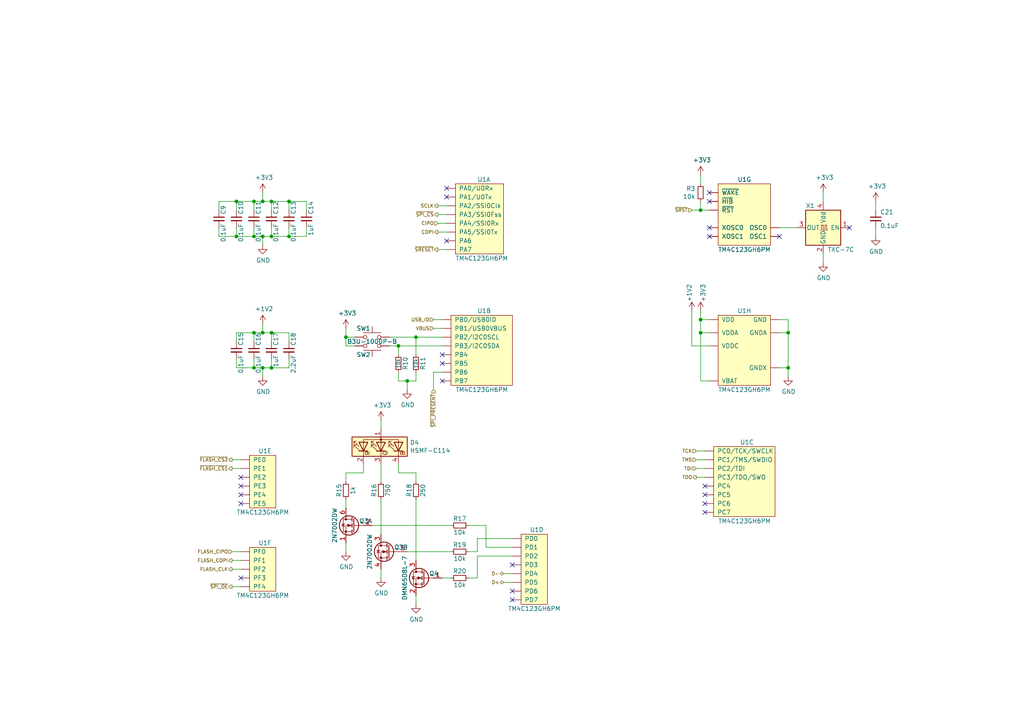
<source format=kicad_sch>
(kicad_sch (version 20211123) (generator eeschema)
  (paper "A4")
  (title_block (title "Processor") (rev "R1") (company "Rachel Mant"))
  (lib_symbols
    (symbol "DX_MON:TM4C123GH6PM" (pin_numbers hide) (pin_names (offset 1.016))
      (property "Reference" "U" (at 0 -11.43 0))
      (property "Value" "TM4C123GH6PM" (at 0 11.43 0))
      (symbol "TM4C123GH6PM_1_1"
        (rectangle (start -7.62 10.16) (end 6.35 -10.16) (fill (type background)))
        (pin bidirectional line (at -10.16 8.89 0) (length 2.54) (name "PA0/U0Rx") (number "17"))
        (pin bidirectional line (at -10.16 6.35 0) (length 2.54) (name "PA1/U0Tx") (number "18"))
        (pin bidirectional line (at -10.16 3.81 0) (length 2.54) (name "PA2/SSI0Clk") (number "19"))
        (pin bidirectional line (at -10.16 1.27 0) (length 2.54) (name "PA3/SSI0Fss") (number "20"))
        (pin bidirectional line (at -10.16 -1.27 0) (length 2.54) (name "PA4/SSI0Rx") (number "21"))
        (pin bidirectional line (at -10.16 -3.81 0) (length 2.54) (name "PA5/SSI0Tx") (number "22"))
        (pin bidirectional line (at -10.16 -6.35 0) (length 2.54) (name "PA6") (number "23"))
        (pin bidirectional line (at -10.16 -8.89 0) (length 2.54) (name "PA7") (number "24"))
      )
      (symbol "TM4C123GH6PM_2_1"
        (rectangle (start -8.89 10.16) (end 8.89 -10.16) (fill (type background)))
        (pin bidirectional line (at -11.43 -6.35 0) (length 2.54) (name "PB6") (number "1"))
        (pin bidirectional line (at -11.43 -8.89 0) (length 2.54) (name "PB7") (number "4"))
        (pin bidirectional line (at -11.43 8.89 0) (length 2.54) (name "PB0/USB0ID") (number "45"))
        (pin input line (at -11.43 6.35 0) (length 2.54) (name "PB1/USB0VBUS") (number "46"))
        (pin bidirectional line (at -11.43 3.81 0) (length 2.54) (name "PB2/I2C0SCL") (number "47"))
        (pin bidirectional line (at -11.43 1.27 0) (length 2.54) (name "PB3/I2C0SDA") (number "48"))
        (pin bidirectional line (at -11.43 -3.81 0) (length 2.54) (name "PB5") (number "57"))
        (pin bidirectional line (at -11.43 -1.27 0) (length 2.54) (name "PB4") (number "58"))
      )
      (symbol "TM4C123GH6PM_3_1"
        (rectangle (start -8.89 10.16) (end 8.89 -10.16) (fill (type background)))
        (pin bidirectional line (at -11.43 -8.89 0) (length 2.54) (name "PC7") (number "13"))
        (pin bidirectional line (at -11.43 -6.35 0) (length 2.54) (name "PC6") (number "14"))
        (pin bidirectional line (at -11.43 -3.81 0) (length 2.54) (name "PC5") (number "15"))
        (pin bidirectional line (at -11.43 -1.27 0) (length 2.54) (name "PC4") (number "16"))
        (pin bidirectional line (at -11.43 1.27 0) (length 2.54) (name "PC3/TDO/SWO") (number "49"))
        (pin bidirectional line (at -11.43 3.81 0) (length 2.54) (name "PC2/TDI") (number "50"))
        (pin bidirectional line (at -11.43 6.35 0) (length 2.54) (name "PC1/TMS/SWDIO") (number "51"))
        (pin bidirectional line (at -11.43 8.89 0) (length 2.54) (name "PC0/TCK/SWCLK") (number "52"))
      )
      (symbol "TM4C123GH6PM_4_1"
        (rectangle (start -3.81 10.16) (end 3.81 -10.16) (fill (type background)))
        (pin bidirectional line (at -6.35 -8.89 0) (length 2.54) (name "PD7") (number "10"))
        (pin bidirectional line (at -6.35 -1.27 0) (length 2.54) (name "PD4") (number "43"))
        (pin bidirectional line (at -6.35 -3.81 0) (length 2.54) (name "PD5") (number "44"))
        (pin bidirectional line (at -6.35 -6.35 0) (length 2.54) (name "PD6") (number "53"))
        (pin bidirectional line (at -6.35 8.89 0) (length 2.54) (name "PD0") (number "61"))
        (pin bidirectional line (at -6.35 6.35 0) (length 2.54) (name "PD1") (number "62"))
        (pin bidirectional line (at -6.35 3.81 0) (length 2.54) (name "PD2") (number "63"))
        (pin bidirectional line (at -6.35 1.27 0) (length 2.54) (name "PD3") (number "64"))
      )
      (symbol "TM4C123GH6PM_5_1"
        (rectangle (start -3.81 7.62) (end 3.81 -7.62) (fill (type background)))
        (pin bidirectional line (at -6.35 -3.81 0) (length 2.54) (name "PE4") (number "59"))
        (pin bidirectional line (at -6.35 -1.27 0) (length 2.54) (name "PE3") (number "6"))
        (pin bidirectional line (at -6.35 -6.35 0) (length 2.54) (name "PE5") (number "60"))
        (pin bidirectional line (at -6.35 1.27 0) (length 2.54) (name "PE2") (number "7"))
        (pin bidirectional line (at -6.35 3.81 0) (length 2.54) (name "PE1") (number "8"))
        (pin bidirectional line (at -6.35 6.35 0) (length 2.54) (name "PE0") (number "9"))
      )
      (symbol "TM4C123GH6PM_6_1"
        (rectangle (start -3.81 6.35) (end 3.81 -6.35) (fill (type background)))
        (pin bidirectional line (at -6.35 5.08 0) (length 2.54) (name "PF0") (number "28"))
        (pin bidirectional line (at -6.35 2.54 0) (length 2.54) (name "PF1") (number "29"))
        (pin bidirectional line (at -6.35 0 0) (length 2.54) (name "PF2") (number "30"))
        (pin bidirectional line (at -6.35 -2.54 0) (length 2.54) (name "PF3") (number "31"))
        (pin bidirectional line (at -6.35 -5.08 0) (length 2.54) (name "PF4") (number "5"))
      )
      (symbol "TM4C123GH6PM_7_1"
        (rectangle (start -7.62 8.89) (end 7.62 -8.89) (fill (type background)))
        (pin input line (at -10.16 6.35 0) (length 2.54) (name "~{WAKE}") (number "32"))
        (pin input line (at -10.16 3.81 0) (length 2.54) (name "~{HIB}") (number "33"))
        (pin passive line (at -10.16 -3.81 0) (length 2.54) (name "XOSC0") (number "34"))
        (pin passive line (at -10.16 -6.35 0) (length 2.54) (name "XOSC1") (number "36"))
        (pin input line (at -10.16 1.27 0) (length 2.54) (name "~{RST}") (number "38"))
        (pin passive line (at 10.16 -3.81 180) (length 2.54) (name "OSC0") (number "40"))
        (pin passive line (at 10.16 -6.35 180) (length 2.54) (name "OSC1") (number "41"))
      )
      (symbol "TM4C123GH6PM_8_1"
        (rectangle (start -7.62 10.16) (end 7.62 -10.16) (fill (type background)))
        (pin power_in line (at -10.16 8.89 0) (length 2.54) (name "VDD") (number "11"))
        (pin passive line (at 10.16 8.89 180) (length 2.54) (name "GND") (number "12"))
        (pin power_in line (at -10.16 5.08 0) (length 2.54) (name "VDDA") (number "2"))
        (pin power_out line (at -10.16 1.27 0) (length 2.54) (name "VDDC") (number "25"))
        (pin passive line (at -10.16 8.89 0) (length 2.54) hide (name "VDD") (number "26"))
        (pin passive line (at 10.16 8.89 180) (length 2.54) hide (name "GND") (number "27"))
        (pin passive line (at 10.16 5.08 180) (length 2.54) (name "GNDA") (number "3"))
        (pin passive line (at 10.16 -5.08 180) (length 2.54) (name "GNDX") (number "35"))
        (pin power_in line (at -10.16 -8.89 0) (length 2.54) (name "VBAT") (number "37"))
        (pin passive line (at 10.16 8.89 180) (length 2.54) hide (name "GND") (number "39"))
        (pin passive line (at -10.16 8.89 0) (length 2.54) hide (name "VDD") (number "42"))
        (pin passive line (at -10.16 8.89 0) (length 2.54) hide (name "VDD") (number "54"))
        (pin passive line (at 10.16 8.89 180) (length 2.54) hide (name "GND") (number "55"))
        (pin power_in line (at -10.16 1.27 0) (length 2.54) hide (name "VDDC") (number "56"))
      )
    )
    (symbol "Device:C_Small" (pin_numbers hide) (pin_names (offset 0.254) hide)
      (property "Reference" "C" (at 0.254 1.778 0))
      (property "Value" "C_Small" (at 0.254 -2.032 0))
      (symbol "C_Small_0_1"
        (polyline (pts (xy -1.524 -0.508) (xy 1.524 -0.508)) (stroke (width 0.3302)))
        (polyline (pts (xy -1.524 0.508) (xy 1.524 0.508)) (stroke (width 0.3048)))
      )
      (symbol "C_Small_1_1"
        (pin passive line (at 0 2.54 270) (length 2.032) (name "~") (number "1"))
        (pin passive line (at 0 -2.54 90) (length 2.032) (name "~") (number "2"))
      )
    )
    (symbol "Device:LED_ARGB" (pin_names (offset 0) hide)
      (property "Reference" "D" (at 0 9.398 0))
      (property "Value" "LED_ARGB" (at 0 -8.89 0))
      (symbol "LED_ARGB_0_0"
        (text "B" (at -1.905 -6.35 0) (effects (font (size 1.27 1.27))))
        (text "G" (at -1.905 -1.27 0) (effects (font (size 1.27 1.27))))
        (text "R" (at -1.905 3.81 0) (effects (font (size 1.27 1.27))))
      )
      (symbol "LED_ARGB_0_1"
        (polyline (pts (xy -1.27 -5.08) (xy -2.54 -5.08)))
        (polyline (pts (xy -1.27 -5.08) (xy 1.27 -5.08)))
        (polyline (pts (xy -1.27 -3.81) (xy -1.27 -6.35)) (stroke (width 0.254)))
        (polyline (pts (xy -1.27 0) (xy -2.54 0)))
        (polyline (pts (xy -1.27 1.27) (xy -1.27 -1.27)) (stroke (width 0.254)))
        (polyline (pts (xy -1.27 5.08) (xy -2.54 5.08)))
        (polyline (pts (xy -1.27 5.08) (xy 1.27 5.08)))
        (polyline (pts (xy -1.27 6.35) (xy -1.27 3.81)) (stroke (width 0.254)))
        (polyline (pts (xy 1.27 0) (xy -1.27 0)))
        (polyline (pts (xy 1.27 0) (xy 2.54 0)))
        (polyline (pts (xy -1.27 1.27) (xy -1.27 -1.27) (xy -1.27 -1.27)))
        (polyline (pts (xy -1.27 6.35) (xy -1.27 3.81) (xy -1.27 3.81)))
        (polyline (pts (xy 1.27 -5.08) (xy 2.032 -5.08) (xy 2.032 5.08) (xy 1.27 5.08)))
        (polyline (pts (xy 1.27 -3.81) (xy 1.27 -6.35) (xy -1.27 -5.08) (xy 1.27 -3.81)) (stroke (width 0.254)))
        (polyline (pts (xy 1.27 1.27) (xy 1.27 -1.27) (xy -1.27 0) (xy 1.27 1.27)) (stroke (width 0.254)))
        (polyline (pts (xy 1.27 6.35) (xy 1.27 3.81) (xy -1.27 5.08) (xy 1.27 6.35)) (stroke (width 0.254)))
        (polyline (pts (xy -1.016 -3.81) (xy 0.508 -2.286) (xy -0.254 -2.286) (xy 0.508 -2.286) (xy 0.508 -3.048)))
        (polyline (pts (xy -1.016 1.27) (xy 0.508 2.794) (xy -0.254 2.794) (xy 0.508 2.794) (xy 0.508 2.032)))
        (polyline (pts (xy -1.016 6.35) (xy 0.508 7.874) (xy -0.254 7.874) (xy 0.508 7.874) (xy 0.508 7.112)))
        (polyline (pts (xy 0 -3.81) (xy 1.524 -2.286) (xy 0.762 -2.286) (xy 1.524 -2.286) (xy 1.524 -3.048)))
        (polyline (pts (xy 0 1.27) (xy 1.524 2.794) (xy 0.762 2.794) (xy 1.524 2.794) (xy 1.524 2.032)))
        (polyline (pts (xy 0 6.35) (xy 1.524 7.874) (xy 0.762 7.874) (xy 1.524 7.874) (xy 1.524 7.112)))
        (rectangle (start 1.27 -1.27) (end 1.27 1.27))
        (rectangle (start 1.27 1.27) (end 1.27 1.27))
        (rectangle (start 1.27 3.81) (end 1.27 6.35))
        (rectangle (start 1.27 6.35) (end 1.27 6.35))
        (circle (center 2.032 0) (radius 0.254) (fill (type outline)))
        (rectangle (start 2.794 8.382) (end -2.794 -7.62) (stroke (width 0.254)) (fill (type background)))
      )
      (symbol "LED_ARGB_1_1"
        (pin passive line (at 5.08 0 180) (length 2.54) (name "A") (number "1"))
        (pin passive line (at -5.08 5.08 0) (length 2.54) (name "RK") (number "2"))
        (pin passive line (at -5.08 0 0) (length 2.54) (name "GK") (number "3"))
        (pin passive line (at -5.08 -5.08 0) (length 2.54) (name "BK") (number "4"))
      )
    )
    (symbol "Device:Q_DUAL_NMOS_S1G1D2S2G2D1" (pin_names (offset 0) hide)
      (property "Reference" "Q" (at 6.35 1.27 0))
      (property "Value" "Device_Q_DUAL_NMOS_S1G1D2S2G2D1" (at 19.05 -1.27 0))
      (symbol "Q_DUAL_NMOS_S1G1D2S2G2D1_0_1"
        (polyline (pts (xy 0.254 0) (xy -2.54 0)))
        (polyline (pts (xy 0.254 1.905) (xy 0.254 -1.905)) (stroke (width 0.254)))
        (polyline (pts (xy 0.762 -1.27) (xy 0.762 -2.286)) (stroke (width 0.254)))
        (polyline (pts (xy 0.762 0.508) (xy 0.762 -0.508)) (stroke (width 0.254)))
        (polyline (pts (xy 0.762 2.286) (xy 0.762 1.27)) (stroke (width 0.254)))
        (polyline (pts (xy 2.54 2.54) (xy 2.54 1.778)))
        (polyline (pts (xy 2.54 -2.54) (xy 2.54 0) (xy 0.762 0)))
        (polyline (pts (xy 0.762 -1.778) (xy 3.302 -1.778) (xy 3.302 1.778) (xy 0.762 1.778)))
        (polyline (pts (xy 1.016 0) (xy 2.032 0.381) (xy 2.032 -0.381) (xy 1.016 0)) (fill (type outline)))
        (polyline (pts (xy 2.794 0.508) (xy 2.921 0.381) (xy 3.683 0.381) (xy 3.81 0.254)))
        (polyline (pts (xy 3.302 0.381) (xy 2.921 -0.254) (xy 3.683 -0.254) (xy 3.302 0.381)))
        (circle (center 1.651 0) (radius 2.794) (stroke (width 0.254)))
        (circle (center 2.54 -1.778) (radius 0.254) (fill (type outline)))
        (circle (center 2.54 1.778) (radius 0.254) (fill (type outline)))
      )
      (symbol "Q_DUAL_NMOS_S1G1D2S2G2D1_1_1"
        (pin passive line (at 2.54 -5.08 90) (length 2.54) (name "S") (number "1"))
        (pin input line (at -5.08 0 0) (length 2.54) (name "G") (number "2"))
        (pin passive line (at 2.54 5.08 270) (length 2.54) (name "D") (number "6"))
      )
      (symbol "Q_DUAL_NMOS_S1G1D2S2G2D1_2_1"
        (pin passive line (at 2.54 5.08 270) (length 2.54) (name "D") (number "3"))
        (pin passive line (at 2.54 -5.08 90) (length 2.54) (name "S") (number "4"))
        (pin input line (at -5.08 0 0) (length 2.54) (name "G") (number "5"))
      )
    )
    (symbol "Device:Q_NMOS_GSD" (pin_names (offset 0) hide)
      (property "Reference" "Q" (at 5.08 1.27 0))
      (property "Value" "Q_NMOS_GSD" (at 5.08 -1.27 0))
      (symbol "Q_NMOS_GSD_0_1"
        (polyline (pts (xy 0.254 0) (xy -2.54 0)))
        (polyline (pts (xy 0.254 1.905) (xy 0.254 -1.905)) (stroke (width 0.254)))
        (polyline (pts (xy 0.762 -1.27) (xy 0.762 -2.286)) (stroke (width 0.254)))
        (polyline (pts (xy 0.762 0.508) (xy 0.762 -0.508)) (stroke (width 0.254)))
        (polyline (pts (xy 0.762 2.286) (xy 0.762 1.27)) (stroke (width 0.254)))
        (polyline (pts (xy 2.54 2.54) (xy 2.54 1.778)))
        (polyline (pts (xy 2.54 -2.54) (xy 2.54 0) (xy 0.762 0)))
        (polyline (pts (xy 0.762 -1.778) (xy 3.302 -1.778) (xy 3.302 1.778) (xy 0.762 1.778)))
        (polyline (pts (xy 1.016 0) (xy 2.032 0.381) (xy 2.032 -0.381) (xy 1.016 0)) (fill (type outline)))
        (polyline (pts (xy 2.794 0.508) (xy 2.921 0.381) (xy 3.683 0.381) (xy 3.81 0.254)))
        (polyline (pts (xy 3.302 0.381) (xy 2.921 -0.254) (xy 3.683 -0.254) (xy 3.302 0.381)))
        (circle (center 1.651 0) (radius 2.794) (stroke (width 0.254)))
        (circle (center 2.54 -1.778) (radius 0.254) (fill (type outline)))
        (circle (center 2.54 1.778) (radius 0.254) (fill (type outline)))
      )
      (symbol "Q_NMOS_GSD_1_1"
        (pin input line (at -5.08 0 0) (length 2.54) (name "G") (number "1"))
        (pin passive line (at 2.54 -5.08 90) (length 2.54) (name "S") (number "2"))
        (pin passive line (at 2.54 5.08 270) (length 2.54) (name "D") (number "3"))
      )
    )
    (symbol "Device:R_Small" (pin_numbers hide) (pin_names (offset 0.254) hide)
      (property "Reference" "R" (at 0.762 0.508 0))
      (property "Value" "R_Small" (at 0.762 -1.016 0))
      (symbol "R_Small_0_1"
        (rectangle (start -0.762 1.778) (end 0.762 -1.778) (stroke (width 0.2032)))
      )
      (symbol "R_Small_1_1"
        (pin passive line (at 0 2.54 270) (length 0.762) (name "~") (number "1"))
        (pin passive line (at 0 -2.54 90) (length 0.762) (name "~") (number "2"))
      )
    )
    (symbol "Oscillator:TXC-7C" (pin_names (offset 0.254))
      (property "Reference" "X" (at -5.08 6.35 0))
      (property "Value" "TXC-7C" (at 1.27 -6.35 0))
      (symbol "TXC-7C_0_1"
        (rectangle (start -5.08 5.08) (end 5.08 -5.08) (stroke (width 0.254)) (fill (type background)))
        (polyline (pts (xy -1.27 -0.762) (xy -1.016 -0.762) (xy -1.016 0.762) (xy -0.508 0.762) (xy -0.508 -0.762) (xy 0 -0.762) (xy 0 0.762) (xy 0.508 0.762) (xy 0.508 -0.762) (xy 0.762 -0.762)))
      )
      (symbol "TXC-7C_1_1"
        (pin input line (at -7.62 0 0) (length 2.54) (name "EN") (number "1"))
        (pin power_in line (at 0 -7.62 90) (length 2.54) (name "GND") (number "2"))
        (pin output line (at 7.62 0 180) (length 2.54) (name "OUT") (number "3"))
        (pin power_in line (at 0 7.62 270) (length 2.54) (name "Vdd") (number "4"))
      )
    )
    (symbol "Switch:SW_Push" (pin_numbers hide) (pin_names (offset 1.016) hide)
      (property "Reference" "SW" (at 1.27 2.54 0))
      (property "Value" "SW_Push" (at 0 -1.524 0))
      (symbol "SW_Push_0_1"
        (circle (center -2.032 0) (radius 0.508))
        (polyline (pts (xy 0 1.27) (xy 0 3.048)))
        (polyline (pts (xy 2.54 1.27) (xy -2.54 1.27)))
        (circle (center 2.032 0) (radius 0.508))
        (pin passive line (at -5.08 0 0) (length 2.54) (name "1") (number "1"))
        (pin passive line (at 5.08 0 180) (length 2.54) (name "2") (number "2"))
      )
    )
    (symbol "power:+1V2" (power) (pin_names (offset 0))
      (property "Value" "+1V2" (at 0 3.556 0))
      (symbol "+1V2_0_1"
        (polyline (pts (xy -0.762 1.27) (xy 0 2.54)))
        (polyline (pts (xy 0 0) (xy 0 2.54)))
        (polyline (pts (xy 0 2.54) (xy 0.762 1.27)))
      )
      (symbol "+1V2_1_1"
        (pin power_in line (at 0 0 90) (length 0) hide (name "+1V2") (number "1"))
      )
    )
    (symbol "power:+3.3V" (power) (pin_names (offset 0))
      (property "Value" "+3.3V" (at 0 3.556 0))
      (symbol "+3.3V_0_1"
        (polyline (pts (xy -0.762 1.27) (xy 0 2.54)))
        (polyline (pts (xy 0 0) (xy 0 2.54)))
        (polyline (pts (xy 0 2.54) (xy 0.762 1.27)))
      )
      (symbol "+3.3V_1_1"
        (pin power_in line (at 0 0 90) (length 0) hide (name "+3V3") (number "1"))
      )
    )
    (symbol "power:GND" (power) (pin_names (offset 0))
      (property "Value" "GND" (at 0 -3.81 0))
      (symbol "GND_0_1"
        (polyline (pts (xy 0 0) (xy 0 -1.27) (xy 1.27 -1.27) (xy 0 -2.54) (xy -1.27 -1.27) (xy 0 -1.27)))
      )
      (symbol "GND_1_1"
        (pin power_in line (at 0 0 270) (length 0) hide (name "GND") (number "1"))
      )
    )
  )
  (junction (at 203.2 60.96))
  (junction (at 78.74 58.42))
  (junction (at 78.74 106.68))
  (junction (at 73.66 68.58))
  (junction (at 203.2 96.52))
  (junction (at 76.2 68.58))
  (junction (at 228.6 106.68))
  (junction (at 78.74 68.58))
  (junction (at 228.6 96.52))
  (junction (at 115.57 100.33))
  (junction (at 73.66 58.42))
  (junction (at 76.2 96.52))
  (junction (at 68.58 58.42))
  (junction (at 76.2 58.42))
  (junction (at 120.65 97.79))
  (junction (at 100.33 97.79))
  (junction (at 83.82 68.58))
  (junction (at 73.66 106.68))
  (junction (at 203.2 92.71))
  (junction (at 76.2 106.68))
  (junction (at 73.66 96.52))
  (junction (at 78.74 96.52))
  (junction (at 118.11 110.49))
  (junction (at 83.82 58.42))
  (junction (at 68.58 68.58))
  (no_connect (at 129.54 69.85))
  (no_connect (at 129.54 54.61))
  (no_connect (at 246.38 66.04))
  (no_connect (at 226.06 68.58))
  (no_connect (at 148.59 163.83))
  (no_connect (at 205.74 66.04))
  (no_connect (at 205.74 68.58))
  (no_connect (at 205.74 58.42))
  (no_connect (at 205.74 55.88))
  (no_connect (at 128.27 110.49))
  (no_connect (at 69.85 146.05))
  (no_connect (at 204.47 146.05))
  (no_connect (at 69.85 138.43))
  (no_connect (at 128.27 105.41))
  (no_connect (at 204.47 143.51))
  (no_connect (at 148.59 173.99))
  (no_connect (at 128.27 102.87))
  (no_connect (at 69.85 143.51))
  (no_connect (at 69.85 167.64))
  (no_connect (at 129.54 57.15))
  (no_connect (at 69.85 140.97))
  (no_connect (at 204.47 140.97))
  (no_connect (at 148.59 171.45))
  (no_connect (at 204.47 148.59))
  (wire (pts (xy 115.57 100.33) (xy 128.27 100.33)))
  (wire (pts (xy 73.66 106.68) (xy 73.66 104.14)))
  (wire (pts (xy 238.76 73.66) (xy 238.76 76.2)))
  (wire (pts (xy 128.27 167.64) (xy 130.81 167.64)))
  (wire (pts (xy 68.58 106.68) (xy 73.66 106.68)))
  (wire (pts (xy 68.58 104.14) (xy 68.58 106.68)))
  (wire (pts (xy 78.74 96.52) (xy 78.74 99.06)))
  (wire (pts (xy 148.59 166.37) (xy 146.05 166.37)))
  (wire (pts (xy 88.9 68.58) (xy 83.82 68.58)))
  (wire (pts (xy 63.5 66.04) (xy 63.5 68.58)))
  (wire (pts (xy 200.66 100.33) (xy 205.74 100.33)))
  (wire (pts (xy 127 72.39) (xy 129.54 72.39)))
  (wire (pts (xy 73.66 68.58) (xy 73.66 66.04)))
  (wire (pts (xy 135.89 167.64) (xy 138.43 167.64)))
  (wire (pts (xy 128.27 95.25) (xy 125.73 95.25)))
  (wire (pts (xy 205.74 96.52) (xy 203.2 96.52)))
  (wire (pts (xy 88.9 58.42) (xy 88.9 60.96)))
  (wire (pts (xy 203.2 53.34) (xy 203.2 50.8)))
  (wire (pts (xy 83.82 104.14) (xy 83.82 106.68)))
  (wire (pts (xy 69.85 160.02) (xy 67.31 160.02)))
  (wire (pts (xy 203.2 90.17) (xy 203.2 92.71)))
  (wire (pts (xy 68.58 58.42) (xy 68.58 60.96)))
  (wire (pts (xy 125.73 107.95) (xy 125.73 113.03)))
  (wire (pts (xy 67.31 135.89) (xy 69.85 135.89)))
  (wire (pts (xy 140.97 152.4) (xy 140.97 158.75)))
  (wire (pts (xy 88.9 66.04) (xy 88.9 68.58)))
  (wire (pts (xy 100.33 95.25) (xy 100.33 97.79)))
  (wire (pts (xy 78.74 68.58) (xy 78.74 66.04)))
  (wire (pts (xy 63.5 60.96) (xy 63.5 58.42)))
  (wire (pts (xy 120.65 110.49) (xy 120.65 107.95)))
  (wire (pts (xy 76.2 58.42) (xy 78.74 58.42)))
  (wire (pts (xy 100.33 144.78) (xy 100.33 147.32)))
  (wire (pts (xy 205.74 60.96) (xy 203.2 60.96)))
  (wire (pts (xy 100.33 97.79) (xy 102.87 97.79)))
  (wire (pts (xy 203.2 96.52) (xy 203.2 110.49)))
  (wire (pts (xy 113.03 97.79) (xy 120.65 97.79)))
  (wire (pts (xy 120.65 137.16) (xy 115.57 137.16)))
  (wire (pts (xy 110.49 144.78) (xy 110.49 154.94)))
  (wire (pts (xy 68.58 58.42) (xy 73.66 58.42)))
  (wire (pts (xy 118.11 110.49) (xy 118.11 113.03)))
  (wire (pts (xy 129.54 64.77) (xy 127 64.77)))
  (wire (pts (xy 203.2 96.52) (xy 203.2 92.71)))
  (wire (pts (xy 78.74 104.14) (xy 78.74 106.68)))
  (wire (pts (xy 107.95 152.4) (xy 130.81 152.4)))
  (wire (pts (xy 100.33 157.48) (xy 100.33 160.02)))
  (wire (pts (xy 228.6 96.52) (xy 228.6 106.68)))
  (wire (pts (xy 115.57 137.16) (xy 115.57 134.62)))
  (wire (pts (xy 125.73 92.71) (xy 128.27 92.71)))
  (wire (pts (xy 201.93 130.81) (xy 204.47 130.81)))
  (wire (pts (xy 102.87 100.33) (xy 100.33 100.33)))
  (wire (pts (xy 138.43 161.29) (xy 148.59 161.29)))
  (wire (pts (xy 78.74 106.68) (xy 83.82 106.68)))
  (wire (pts (xy 140.97 152.4) (xy 135.89 152.4)))
  (wire (pts (xy 231.14 66.04) (xy 226.06 66.04)))
  (wire (pts (xy 78.74 68.58) (xy 83.82 68.58)))
  (wire (pts (xy 76.2 58.42) (xy 76.2 55.88)))
  (wire (pts (xy 228.6 106.68) (xy 228.6 109.22)))
  (wire (pts (xy 67.31 133.35) (xy 69.85 133.35)))
  (wire (pts (xy 254 66.04) (xy 254 68.58)))
  (wire (pts (xy 83.82 58.42) (xy 88.9 58.42)))
  (wire (pts (xy 68.58 68.58) (xy 73.66 68.58)))
  (wire (pts (xy 204.47 133.35) (xy 201.93 133.35)))
  (wire (pts (xy 113.03 100.33) (xy 115.57 100.33)))
  (wire (pts (xy 63.5 58.42) (xy 68.58 58.42)))
  (wire (pts (xy 68.58 96.52) (xy 73.66 96.52)))
  (wire (pts (xy 76.2 96.52) (xy 76.2 93.98)))
  (wire (pts (xy 120.65 97.79) (xy 128.27 97.79)))
  (wire (pts (xy 226.06 106.68) (xy 228.6 106.68)))
  (wire (pts (xy 226.06 92.71) (xy 228.6 92.71)))
  (wire (pts (xy 110.49 134.62) (xy 110.49 139.7)))
  (wire (pts (xy 73.66 58.42) (xy 73.66 60.96)))
  (wire (pts (xy 120.65 172.72) (xy 120.65 175.26)))
  (wire (pts (xy 83.82 58.42) (xy 83.82 60.96)))
  (wire (pts (xy 115.57 110.49) (xy 118.11 110.49)))
  (wire (pts (xy 67.31 170.18) (xy 69.85 170.18)))
  (wire (pts (xy 118.11 110.49) (xy 120.65 110.49)))
  (wire (pts (xy 203.2 92.71) (xy 205.74 92.71)))
  (wire (pts (xy 148.59 168.91) (xy 146.05 168.91)))
  (wire (pts (xy 226.06 96.52) (xy 228.6 96.52)))
  (wire (pts (xy 120.65 139.7) (xy 120.65 137.16)))
  (wire (pts (xy 120.65 144.78) (xy 120.65 162.56)))
  (wire (pts (xy 78.74 58.42) (xy 83.82 58.42)))
  (wire (pts (xy 204.47 138.43) (xy 201.93 138.43)))
  (wire (pts (xy 105.41 134.62) (xy 105.41 137.16)))
  (wire (pts (xy 138.43 167.64) (xy 138.43 161.29)))
  (wire (pts (xy 63.5 68.58) (xy 68.58 68.58)))
  (wire (pts (xy 254 58.42) (xy 254 60.96)))
  (wire (pts (xy 120.65 97.79) (xy 120.65 102.87)))
  (wire (pts (xy 78.74 106.68) (xy 76.2 106.68)))
  (wire (pts (xy 83.82 68.58) (xy 83.82 66.04)))
  (wire (pts (xy 110.49 121.92) (xy 110.49 124.46)))
  (wire (pts (xy 69.85 165.1) (xy 67.31 165.1)))
  (wire (pts (xy 238.76 55.88) (xy 238.76 58.42)))
  (wire (pts (xy 203.2 110.49) (xy 205.74 110.49)))
  (wire (pts (xy 76.2 106.68) (xy 76.2 109.22)))
  (wire (pts (xy 67.31 162.56) (xy 69.85 162.56)))
  (wire (pts (xy 110.49 165.1) (xy 110.49 167.64)))
  (wire (pts (xy 83.82 96.52) (xy 83.82 99.06)))
  (wire (pts (xy 129.54 59.69) (xy 127 59.69)))
  (wire (pts (xy 203.2 60.96) (xy 200.66 60.96)))
  (wire (pts (xy 138.43 156.21) (xy 138.43 160.02)))
  (wire (pts (xy 76.2 96.52) (xy 78.74 96.52)))
  (wire (pts (xy 73.66 96.52) (xy 76.2 96.52)))
  (wire (pts (xy 203.2 58.42) (xy 203.2 60.96)))
  (wire (pts (xy 68.58 99.06) (xy 68.58 96.52)))
  (wire (pts (xy 73.66 96.52) (xy 73.66 99.06)))
  (wire (pts (xy 127 62.23) (xy 129.54 62.23)))
  (wire (pts (xy 73.66 58.42) (xy 76.2 58.42)))
  (wire (pts (xy 73.66 68.58) (xy 76.2 68.58)))
  (wire (pts (xy 228.6 92.71) (xy 228.6 96.52)))
  (wire (pts (xy 76.2 106.68) (xy 73.66 106.68)))
  (wire (pts (xy 138.43 160.02) (xy 135.89 160.02)))
  (wire (pts (xy 68.58 68.58) (xy 68.58 66.04)))
  (wire (pts (xy 100.33 137.16) (xy 100.33 139.7)))
  (wire (pts (xy 115.57 107.95) (xy 115.57 110.49)))
  (wire (pts (xy 201.93 135.89) (xy 204.47 135.89)))
  (wire (pts (xy 118.11 160.02) (xy 130.81 160.02)))
  (wire (pts (xy 78.74 58.42) (xy 78.74 60.96)))
  (wire (pts (xy 128.27 107.95) (xy 125.73 107.95)))
  (wire (pts (xy 127 67.31) (xy 129.54 67.31)))
  (wire (pts (xy 76.2 68.58) (xy 76.2 71.12)))
  (wire (pts (xy 200.66 90.17) (xy 200.66 100.33)))
  (wire (pts (xy 76.2 68.58) (xy 78.74 68.58)))
  (wire (pts (xy 78.74 96.52) (xy 83.82 96.52)))
  (wire (pts (xy 115.57 100.33) (xy 115.57 102.87)))
  (wire (pts (xy 100.33 100.33) (xy 100.33 97.79)))
  (wire (pts (xy 105.41 137.16) (xy 100.33 137.16)))
  (wire (pts (xy 140.97 158.75) (xy 148.59 158.75)))
  (wire (pts (xy 148.59 156.21) (xy 138.43 156.21)))
  (hierarchical_label "FLASH_CIPO" (shape input) (at 67.31 160.02 180) (effects (font (size 0.9906 0.9906))))
  (hierarchical_label "~{FLASH_CS2}" (shape output) (at 67.31 133.35 180) (effects (font (size 0.9906 0.9906))))
  (hierarchical_label "D-" (shape bidirectional) (at 146.05 166.37 180) (effects (font (size 0.9906 0.9906))))
  (hierarchical_label "~{SRST}" (shape input) (at 200.66 60.96 180) (effects (font (size 0.9906 0.9906))))
  (hierarchical_label "SCLK" (shape output) (at 127 59.69 180) (effects (font (size 0.9906 0.9906))))
  (hierarchical_label "~{SPI_PRESENT}" (shape input) (at 125.73 113.03 270) (effects (font (size 0.9906 0.9906))))
  (hierarchical_label "~{SPI_OE}" (shape output) (at 67.31 170.18 180) (effects (font (size 0.9906 0.9906))))
  (hierarchical_label "FLASH_CLK" (shape output) (at 67.31 165.1 180) (effects (font (size 0.9906 0.9906))))
  (hierarchical_label "VBUS" (shape input) (at 125.73 95.25 180) (effects (font (size 0.9906 0.9906))))
  (hierarchical_label "TMS" (shape input) (at 201.93 133.35 180) (effects (font (size 0.9906 0.9906))))
  (hierarchical_label "FLASH_COPI" (shape output) (at 67.31 162.56 180) (effects (font (size 0.9906 0.9906))))
  (hierarchical_label "~{SRESET}" (shape output) (at 127 72.39 180) (effects (font (size 0.9906 0.9906))))
  (hierarchical_label "TDO" (shape output) (at 201.93 138.43 180) (effects (font (size 0.9906 0.9906))))
  (hierarchical_label "TCK" (shape input) (at 201.93 130.81 180) (effects (font (size 0.9906 0.9906))))
  (hierarchical_label "~{FLASH_CS1}" (shape output) (at 67.31 135.89 180) (effects (font (size 0.9906 0.9906))))
  (hierarchical_label "TDI" (shape input) (at 201.93 135.89 180) (effects (font (size 0.9906 0.9906))))
  (hierarchical_label "COPI" (shape output) (at 127 67.31 180) (effects (font (size 0.9906 0.9906))))
  (hierarchical_label "D+" (shape bidirectional) (at 146.05 168.91 180) (effects (font (size 0.9906 0.9906))))
  (hierarchical_label "USB_ID" (shape input) (at 125.73 92.71 180) (effects (font (size 0.9906 0.9906))))
  (hierarchical_label "CIPO" (shape input) (at 127 64.77 180) (effects (font (size 0.9906 0.9906))))
  (hierarchical_label "~{SPI_CS}" (shape output) (at 127 62.23 180) (effects (font (size 0.9906 0.9906))))
  (symbol (lib_id "DX_MON:TM4C123GH6PM") (at 139.7 63.5 0) (unit 1)
    (property "Reference" "U1" (at 138.43 52.07 0) (effects (justify left)))
    (property "Value" "TM4C123GH6PM" (at 132.08 74.93 0) (effects (justify left)))
    (property "Footprint" "DX-MON:QFP-64_10.2x10.2_Pitch0.5mm" (effects hide))
    (property "Datasheet" "https://www.ti.com/lit/ds/symlink/tm4c123gh6pm.pdf" (effects hide))
    (property "OC_FARNELL" "3008366" (effects hide))
    (property "URL_FARNELL" "https://uk.farnell.com/texas-instruments/tm4c123gh6pmi/mcu-32bit-cortex-m4f-80mhz-lqfp/dp/3008366" (effects hide))
    (property "MFR" "Texas Instruments" (effects hide))
    (property "MPN" "TM4C123GH6PM" (effects hide))
  )
  (symbol (lib_id "DX_MON:TM4C123GH6PM") (at 139.7 101.6 0) (unit 2)
    (property "Reference" "U1" (at 138.43 90.17 0) (effects (justify left)))
    (property "Value" "TM4C123GH6PM" (at 132.08 113.03 0) (effects (justify left)))
    (property "Footprint" "DX-MON:QFP-64_10.2x10.2_Pitch0.5mm" (effects hide))
    (property "Datasheet" "https://www.ti.com/lit/ds/symlink/tm4c123gh6pm.pdf" (effects hide))
    (property "OC_FARNELL" "3008366" (effects hide))
    (property "URL_FARNELL" "https://uk.farnell.com/texas-instruments/tm4c123gh6pmi/mcu-32bit-cortex-m4f-80mhz-lqfp/dp/3008366" (effects hide))
    (property "MFR" "Texas Instruments" (effects hide))
    (property "MPN" "TM4C123GH6PM" (effects hide))
  )
  (symbol (lib_id "DX_MON:TM4C123GH6PM") (at 215.9 139.7 0) (unit 3)
    (property "Reference" "U1" (at 214.63 128.27 0) (effects (justify left)))
    (property "Value" "TM4C123GH6PM" (at 208.28 151.13 0) (effects (justify left)))
    (property "Footprint" "DX-MON:QFP-64_10.2x10.2_Pitch0.5mm" (effects hide))
    (property "Datasheet" "https://www.ti.com/lit/ds/symlink/tm4c123gh6pm.pdf" (effects hide))
    (property "OC_FARNELL" "3008366" (effects hide))
    (property "URL_FARNELL" "https://uk.farnell.com/texas-instruments/tm4c123gh6pmi/mcu-32bit-cortex-m4f-80mhz-lqfp/dp/3008366" (effects hide))
    (property "MFR" "Texas Instruments" (effects hide))
    (property "MPN" "TM4C123GH6PM" (effects hide))
  )
  (symbol (lib_id "DX_MON:TM4C123GH6PM") (at 154.94 165.1 0) (unit 4)
    (property "Reference" "U1" (at 153.67 153.67 0) (effects (justify left)))
    (property "Value" "TM4C123GH6PM" (at 147.32 176.53 0) (effects (justify left)))
    (property "Footprint" "DX-MON:QFP-64_10.2x10.2_Pitch0.5mm" (effects hide))
    (property "Datasheet" "https://www.ti.com/lit/ds/symlink/tm4c123gh6pm.pdf" (effects hide))
    (property "OC_FARNELL" "3008366" (effects hide))
    (property "URL_FARNELL" "https://uk.farnell.com/texas-instruments/tm4c123gh6pmi/mcu-32bit-cortex-m4f-80mhz-lqfp/dp/3008366" (effects hide))
    (property "MFR" "Texas Instruments" (effects hide))
    (property "MPN" "TM4C123GH6PM" (effects hide))
  )
  (symbol (lib_id "DX_MON:TM4C123GH6PM") (at 76.2 139.7 0) (unit 5)
    (property "Reference" "U1" (at 74.93 130.81 0) (effects (justify left)))
    (property "Value" "TM4C123GH6PM" (at 68.58 148.59 0) (effects (justify left)))
    (property "Footprint" "DX-MON:QFP-64_10.2x10.2_Pitch0.5mm" (effects hide))
    (property "Datasheet" "https://www.ti.com/lit/ds/symlink/tm4c123gh6pm.pdf" (effects hide))
    (property "OC_FARNELL" "3008366" (effects hide))
    (property "URL_FARNELL" "https://uk.farnell.com/texas-instruments/tm4c123gh6pmi/mcu-32bit-cortex-m4f-80mhz-lqfp/dp/3008366" (effects hide))
    (property "MFR" "Texas Instruments" (effects hide))
    (property "MPN" "TM4C123GH6PM" (effects hide))
  )
  (symbol (lib_id "DX_MON:TM4C123GH6PM") (at 76.2 165.1 0) (unit 6)
    (property "Reference" "U1" (at 74.93 157.48 0) (effects (justify left)))
    (property "Value" "TM4C123GH6PM" (at 68.58 172.72 0) (effects (justify left)))
    (property "Footprint" "DX-MON:QFP-64_10.2x10.2_Pitch0.5mm" (effects hide))
    (property "Datasheet" "https://www.ti.com/lit/ds/symlink/tm4c123gh6pm.pdf" (effects hide))
    (property "OC_FARNELL" "3008366" (effects hide))
    (property "URL_FARNELL" "https://uk.farnell.com/texas-instruments/tm4c123gh6pmi/mcu-32bit-cortex-m4f-80mhz-lqfp/dp/3008366" (effects hide))
    (property "MFR" "Texas Instruments" (effects hide))
    (property "MPN" "TM4C123GH6PM" (effects hide))
  )
  (symbol (lib_id "DX_MON:TM4C123GH6PM") (at 215.9 62.23 0) (unit 7)
    (property "Reference" "U1" (at 215.9 52.07 0))
    (property "Value" "TM4C123GH6PM" (at 215.9 72.39 0))
    (property "Footprint" "DX-MON:QFP-64_10.2x10.2_Pitch0.5mm" (effects hide))
    (property "Datasheet" "https://www.ti.com/lit/ds/symlink/tm4c123gh6pm.pdf" (effects hide))
    (property "OC_FARNELL" "3008366" (effects hide))
    (property "URL_FARNELL" "https://uk.farnell.com/texas-instruments/tm4c123gh6pmi/mcu-32bit-cortex-m4f-80mhz-lqfp/dp/3008366" (effects hide))
    (property "MFR" "Texas Instruments" (effects hide))
    (property "MPN" "TM4C123GH6PM" (effects hide))
  )
  (symbol (lib_id "DX_MON:TM4C123GH6PM") (at 215.9 101.6 0) (unit 8)
    (property "Reference" "U1" (at 215.9 90.17 0))
    (property "Value" "TM4C123GH6PM" (at 215.9 113.03 0))
    (property "Footprint" "DX-MON:QFP-64_10.2x10.2_Pitch0.5mm" (effects hide))
    (property "Datasheet" "https://www.ti.com/lit/ds/symlink/tm4c123gh6pm.pdf" (effects hide))
    (property "OC_FARNELL" "3008366" (effects hide))
    (property "URL_FARNELL" "https://uk.farnell.com/texas-instruments/tm4c123gh6pmi/mcu-32bit-cortex-m4f-80mhz-lqfp/dp/3008366" (effects hide))
    (property "MFR" "Texas Instruments" (effects hide))
    (property "MPN" "TM4C123GH6PM" (effects hide))
  )
  (symbol (lib_id "Device:R_Small") (at 203.2 55.88 0) (mirror x) (unit 1)
    (property "Reference" "R3" (at 201.7014 54.7116 0) (effects (justify right)))
    (property "Value" "10k" (at 201.7014 57.023 0) (effects (justify right)))
    (property "Footprint" "rhais_rcl:R0603" (effects hide))
    (property "Datasheet" "http://www.farnell.com/datasheets/1788326.pdf" (effects hide))
    (property "MFR" "Multicomp" (effects hide))
    (property "MPN" "MC0063W0603110K" (effects hide))
    (property "OC_FARNELL" "2130939" (effects hide))
    (property "URL_FARNELL" "https://uk.farnell.com/multicomp/mc0063w0603110k/res-10k-1-0-063w-0603-thick-film/dp/2130939" (effects hide))
  )
  (symbol (lib_id "power:GND") (at 228.6 109.22 0) (unit 1)
    (property "Reference" "#PWR011" (effects hide))
    (property "Value" "GND" (at 228.727 113.6142 0))
  )
  (symbol (lib_id "power:+3.3V") (at 203.2 90.17 0) (unit 1)
    (property "Reference" "#PWR07" (effects hide))
    (property "Value" "+3.3V" (at 203.2 87.63 90) (effects (justify left top)))
  )
  (symbol (lib_id "power:+3.3V") (at 203.2 50.8 0) (unit 1)
    (property "Reference" "#PWR012" (effects hide))
    (property "Value" "+3.3V" (at 203.581 46.4058 0))
  )
  (symbol (lib_id "Device:C_Small") (at 88.9 63.5 0) (unit 1)
    (property "Reference" "C14" (at 90.17 62.23 90) (effects (justify left)))
    (property "Value" "1uF" (at 90.17 64.77 90) (effects (justify right)))
    (property "Footprint" "rhais_rcl:C0603" (effects hide))
    (property "Datasheet" "http://www.farnell.com/datasheets/2860632.pdf" (effects hide))
    (property "MFR" "Multicomp" (effects hide))
    (property "MPN" "MC0603B105K160CT" (effects hide))
    (property "OC_FARNELL" "2320814" (effects hide))
    (property "URL_FARNELL" "https://uk.farnell.com/multicomp/mc0603b105k160ct/cap-1-f-16v-10-x7r-0603/dp/2320814" (effects hide))
  )
  (symbol (lib_id "power:+1V2") (at 200.66 90.17 0) (unit 1)
    (property "Reference" "#PWR024" (effects hide))
    (property "Value" "+1V2" (at 200.66 87.63 90) (effects (justify left bottom)))
  )
  (symbol (lib_id "Device:C_Small") (at 68.58 101.6 0) (unit 1)
    (property "Reference" "C15" (at 69.85 100.33 90) (effects (justify left)))
    (property "Value" "0.1uF" (at 69.85 102.87 90) (effects (justify right)))
    (property "Footprint" "rhais_rcl:C0603" (effects hide))
    (property "Datasheet" "http://www.farnell.com/datasheets/1870456.pdf" (effects hide))
    (property "MFR" "Multicomp" (effects hide))
    (property "MPN" "MC0603B104J250CT" (effects hide))
    (property "OC_FARNELL" "2310559" (effects hide))
    (property "URL_FARNELL" "https://uk.farnell.com/multicomp/mc0603b104j250ct/cap-0-1-f-25v-5-x7r-0603-reel/dp/2310559" (effects hide))
  )
  (symbol (lib_id "Device:C_Small") (at 73.66 101.6 0) (unit 1)
    (property "Reference" "C16" (at 74.93 100.33 90) (effects (justify left)))
    (property "Value" "0.1uF" (at 74.93 102.87 90) (effects (justify right)))
    (property "Footprint" "rhais_rcl:C0603" (effects hide))
    (property "Datasheet" "http://www.farnell.com/datasheets/1870456.pdf" (effects hide))
    (property "MFR" "Multicomp" (effects hide))
    (property "MPN" "MC0603B104J250CT" (effects hide))
    (property "OC_FARNELL" "2310559" (effects hide))
    (property "URL_FARNELL" "https://uk.farnell.com/multicomp/mc0603b104j250ct/cap-0-1-f-25v-5-x7r-0603-reel/dp/2310559" (effects hide))
  )
  (symbol (lib_id "Device:C_Small") (at 78.74 101.6 0) (unit 1)
    (property "Reference" "C17" (at 80.01 100.33 90) (effects (justify left)))
    (property "Value" "1uF" (at 80.01 102.87 90) (effects (justify right)))
    (property "Footprint" "rhais_rcl:C0603" (effects hide))
    (property "Datasheet" "http://www.farnell.com/datasheets/2860632.pdf" (effects hide))
    (property "MFR" "Multicomp" (effects hide))
    (property "MPN" "MC0603B105K160CT" (effects hide))
    (property "OC_FARNELL" "2320814" (effects hide))
    (property "URL_FARNELL" "https://uk.farnell.com/multicomp/mc0603b105k160ct/cap-1-f-16v-10-x7r-0603/dp/2320814" (effects hide))
  )
  (symbol (lib_id "Device:C_Small") (at 83.82 101.6 0) (unit 1)
    (property "Reference" "C18" (at 85.09 100.33 90) (effects (justify left)))
    (property "Value" "2.2uF" (at 85.09 102.87 90) (effects (justify right)))
    (property "Footprint" "rhais_rcl:C0603" (effects hide))
    (property "Datasheet" "https://product.tdk.com/info/en/catalog/datasheets/mlcc_commercial_general_en.pdf" (effects hide))
    (property "MFR" "TDK" (effects hide))
    (property "MPN" "C1608X5R1C225K080AB" (effects hide))
    (property "OC_FARNELL" "2211169" (effects hide))
    (property "URL_FARNELL" "https://uk.farnell.com/tdk/c1608x5r1c225k080ab/cap-2-2-f-16v-10-x5r-0603/dp/2211169" (effects hide))
  )
  (symbol (lib_id "power:GND") (at 76.2 109.22 0) (unit 1)
    (property "Reference" "#PWR023" (effects hide))
    (property "Value" "GND" (at 76.327 113.6142 0))
  )
  (symbol (lib_id "Device:C_Small") (at 63.5 63.5 0) (unit 1)
    (property "Reference" "C9" (at 64.77 62.23 90) (effects (justify left)))
    (property "Value" "0.1uF" (at 64.77 64.77 90) (effects (justify right)))
    (property "Footprint" "rhais_rcl:C0603" (effects hide))
    (property "Datasheet" "http://www.farnell.com/datasheets/1870456.pdf" (effects hide))
    (property "MFR" "Multicomp" (effects hide))
    (property "MPN" "MC0603B104J250CT" (effects hide))
    (property "OC_FARNELL" "2310559" (effects hide))
    (property "URL_FARNELL" "https://uk.farnell.com/multicomp/mc0603b104j250ct/cap-0-1-f-25v-5-x7r-0603-reel/dp/2310559" (effects hide))
  )
  (symbol (lib_id "power:+1V2") (at 76.2 93.98 0) (unit 1)
    (property "Reference" "#PWR022" (effects hide))
    (property "Value" "+1V2" (at 76.581 89.5858 0))
  )
  (symbol (lib_id "Device:C_Small") (at 68.58 63.5 0) (unit 1)
    (property "Reference" "C10" (at 69.85 62.23 90) (effects (justify left)))
    (property "Value" "0.1uF" (at 69.85 64.77 90) (effects (justify right)))
    (property "Footprint" "rhais_rcl:C0603" (effects hide))
    (property "Datasheet" "http://www.farnell.com/datasheets/1870456.pdf" (effects hide))
    (property "MFR" "Multicomp" (effects hide))
    (property "MPN" "MC0603B104J250CT" (effects hide))
    (property "OC_FARNELL" "2310559" (effects hide))
    (property "URL_FARNELL" "https://uk.farnell.com/multicomp/mc0603b104j250ct/cap-0-1-f-25v-5-x7r-0603-reel/dp/2310559" (effects hide))
  )
  (symbol (lib_id "Device:C_Small") (at 73.66 63.5 0) (unit 1)
    (property "Reference" "C11" (at 74.93 62.23 90) (effects (justify left)))
    (property "Value" "0.1uF" (at 74.93 64.77 90) (effects (justify right)))
    (property "Footprint" "rhais_rcl:C0603" (effects hide))
    (property "Datasheet" "http://www.farnell.com/datasheets/1870456.pdf" (effects hide))
    (property "MFR" "Multicomp" (effects hide))
    (property "MPN" "MC0603B104J250CT" (effects hide))
    (property "OC_FARNELL" "2310559" (effects hide))
    (property "URL_FARNELL" "https://uk.farnell.com/multicomp/mc0603b104j250ct/cap-0-1-f-25v-5-x7r-0603-reel/dp/2310559" (effects hide))
  )
  (symbol (lib_id "Device:C_Small") (at 78.74 63.5 0) (unit 1)
    (property "Reference" "C12" (at 80.01 62.23 90) (effects (justify left)))
    (property "Value" "0.1uF" (at 80.01 64.77 90) (effects (justify right)))
    (property "Footprint" "rhais_rcl:C0603" (effects hide))
    (property "Datasheet" "http://www.farnell.com/datasheets/1870456.pdf" (effects hide))
    (property "MFR" "Multicomp" (effects hide))
    (property "MPN" "MC0603B104J250CT" (effects hide))
    (property "OC_FARNELL" "2310559" (effects hide))
    (property "URL_FARNELL" "https://uk.farnell.com/multicomp/mc0603b104j250ct/cap-0-1-f-25v-5-x7r-0603-reel/dp/2310559" (effects hide))
  )
  (symbol (lib_id "Device:C_Small") (at 83.82 63.5 0) (unit 1)
    (property "Reference" "C13" (at 85.09 62.23 90) (effects (justify left)))
    (property "Value" "0.1uF" (at 85.09 64.77 90) (effects (justify right)))
    (property "Footprint" "rhais_rcl:C0603" (effects hide))
    (property "Datasheet" "http://www.farnell.com/datasheets/1870456.pdf" (effects hide))
    (property "MFR" "Multicomp" (effects hide))
    (property "MPN" "MC0603B104J250CT" (effects hide))
    (property "OC_FARNELL" "2310559" (effects hide))
    (property "URL_FARNELL" "https://uk.farnell.com/multicomp/mc0603b104j250ct/cap-0-1-f-25v-5-x7r-0603-reel/dp/2310559" (effects hide))
  )
  (symbol (lib_id "power:+3.3V") (at 76.2 55.88 0) (unit 1)
    (property "Reference" "#PWR020" (effects hide))
    (property "Value" "+3.3V" (at 76.581 51.4858 0))
  )
  (symbol (lib_id "power:GND") (at 76.2 71.12 0) (unit 1)
    (property "Reference" "#PWR021" (effects hide))
    (property "Value" "GND" (at 76.327 75.5142 0))
  )
  (symbol (lib_id "Device:LED_ARGB") (at 110.49 129.54 90) (unit 1)
    (property "Reference" "D4" (at 118.872 128.3716 90) (effects (justify right)))
    (property "Value" "HSMF-C114" (at 118.872 130.683 90) (effects (justify right)))
    (property "Footprint" "rhais_led:LED0606" (effects hide))
    (property "Datasheet" "https://docs.broadcom.com/doc/AV02-2451EN" (effects hide))
    (property "MFR" "Broadcom" (effects hide))
    (property "MPN" "HSMF-C114" (effects hide))
    (property "OC_FARNELL" "1058362" (effects hide))
    (property "URL_FARNELL" "https://uk.farnell.com/broadcom-limited/hsmf-c114/led-smd-red-yel-grn-blue/dp/1058362" (effects hide))
  )
  (symbol (lib_id "Oscillator:TXC-7C") (at 238.76 66.04 0) (mirror y) (unit 1)
    (property "Reference" "X1" (at 233.68 59.69 0) (effects (justify right)))
    (property "Value" "TXC-7C" (at 240.03 72.39 0) (effects (justify right)))
    (property "Footprint" "rhais_osc:SMD3225" (effects hide))
    (property "Datasheet" "http://www.txccorp.com/download/products/osc/7C_o.pdf" (effects hide))
    (property "MFR" "Multicomp" (effects hide))
    (property "MPN" "MCSJK-3N-25.00-3.3-50-B" (effects hide))
    (property "OC_FARNELL" "2854308" (effects hide))
    (property "URL_FARNELL" "https://uk.farnell.com/multicomp/mcsjk-3n-25-00-3-3-50-b/oscillator-25mhz-3-2mm-x-2-5mm/dp/2854308" (effects hide))
  )
  (symbol (lib_id "power:+3.3V") (at 238.76 55.88 0) (unit 1)
    (property "Reference" "#PWR0105" (effects hide))
    (property "Value" "+3.3V" (at 239.141 51.4858 0))
  )
  (symbol (lib_id "power:GND") (at 238.76 76.2 0) (unit 1)
    (property "Reference" "#PWR0106" (effects hide))
    (property "Value" "GND" (at 238.887 80.5942 0))
  )
  (symbol (lib_id "Device:Q_NMOS_GSD") (at 123.19 167.64 0) (mirror y) (unit 1)
    (property "Reference" "Q4" (at 124.46 166.37 0) (effects (justify right)))
    (property "Value" "DMN65D8L-7" (at 118.11 167.64 90) (effects (justify top)))
    (property "Footprint" "rhais_package-smd:SOT-23" (effects hide))
    (property "Datasheet" "https://www.diodes.com/assets/Datasheets/DMN65D8L.pdf" (effects hide))
    (property "MFR" "Diodes Inc" (effects hide))
    (property "MPN" "DMN65D8L-7" (effects hide))
    (property "OC_FARNELL" "2543546" (effects hide))
    (property "URL_FARNELL" "https://uk.farnell.com/diodes-inc/dmn65d8l-7/mosfet-n-ch-20v-sot-23-3/dp/2543546" (effects hide))
  )
  (symbol (lib_id "Device:R_Small") (at 120.65 142.24 180) (unit 1)
    (property "Reference" "R18" (at 119.38 142.24 90) (effects (justify top)))
    (property "Value" "250" (at 121.92 142.24 90) (effects (justify bottom)))
    (property "Footprint" "rhais_rcl:R0603" (effects hide))
    (property "Datasheet" "http://www.farnell.com/datasheets/1788326.pdf" (effects hide))
    (property "MFR" "Multicomp" (effects hide))
    (property "MPN" "MC0063W0603110K" (effects hide))
    (property "OC_FARNELL" "2130939" (effects hide))
    (property "URL_FARNELL" "https://uk.farnell.com/multicomp/mc0063w0603110k/res-10k-1-0-063w-0603-thick-film/dp/2130939" (effects hide))
  )
  (symbol (lib_id "Device:R_Small") (at 133.35 167.64 90) (unit 1)
    (property "Reference" "R20" (at 133.35 166.37 90) (effects (justify top)))
    (property "Value" "10k" (at 133.35 168.91 90) (effects (justify bottom)))
    (property "Footprint" "rhais_rcl:R0603" (effects hide))
    (property "Datasheet" "http://www.farnell.com/datasheets/1788326.pdf" (effects hide))
    (property "MFR" "Multicomp" (effects hide))
    (property "MPN" "MC0063W0603110K" (effects hide))
    (property "OC_FARNELL" "2130939" (effects hide))
    (property "URL_FARNELL" "https://uk.farnell.com/multicomp/mc0063w0603110k/res-10k-1-0-063w-0603-thick-film/dp/2130939" (effects hide))
  )
  (symbol (lib_id "Switch:SW_Push") (at 107.95 97.79 0) (unit 1)
    (property "Reference" "SW1" (at 105.41 95.25 0))
    (property "Value" "B3U-1000P-B" (at 107.95 99.06 0))
    (property "Footprint" "rhais_button-smd:B3U-1000P-B" (effects hide))
    (property "Datasheet" "http://omronfs.omron.com/en_US/ecb/products/pdf/en-b3u.pdf" (effects hide))
    (property "MFR" "Omron" (effects hide))
    (property "MPN" "B3U-1000P-B" (effects hide))
    (property "OC_FARNELL" "1333654" (effects hide))
    (property "URL_FARNELL" "https://uk.farnell.com/omron/b3u-1000p-b/switch-spst-no-0-05a-12v-smd-boss/dp/1333654" (effects hide))
  )
  (symbol (lib_id "Device:C_Small") (at 254 63.5 0) (unit 1)
    (property "Reference" "C21" (at 255.27 62.23 0) (effects (justify left bottom)))
    (property "Value" "0.1uF" (at 255.27 64.77 0) (effects (justify left top)))
    (property "Footprint" "rhais_rcl:C0603" (effects hide))
    (property "Datasheet" "http://www.farnell.com/datasheets/1870456.pdf" (effects hide))
    (property "MFR" "Multicomp" (effects hide))
    (property "MPN" "MC0603B104J250CT" (effects hide))
    (property "OC_FARNELL" "2310559" (effects hide))
    (property "URL_FARNELL" "https://uk.farnell.com/multicomp/mc0603b104j250ct/cap-0-1-f-25v-5-x7r-0603-reel/dp/2310559" (effects hide))
  )
  (symbol (lib_id "power:+3.3V") (at 254 58.42 0) (unit 1)
    (property "Reference" "#PWR013" (effects hide))
    (property "Value" "+3.3V" (at 254.381 54.0258 0))
  )
  (symbol (lib_id "power:GND") (at 254 68.58 0) (unit 1)
    (property "Reference" "#PWR037" (effects hide))
    (property "Value" "GND" (at 254.127 72.9742 0))
  )
  (symbol (lib_id "Switch:SW_Push") (at 107.95 100.33 0) (mirror x) (unit 1)
    (property "Reference" "SW2" (at 105.41 102.87 0))
    (property "Value" "B3U-1000P-B" (effects hide))
    (property "Footprint" "rhais_button-smd:B3U-1000P-B" (effects hide))
    (property "Datasheet" "http://omronfs.omron.com/en_US/ecb/products/pdf/en-b3u.pdf" (effects hide))
    (property "MFR" "Omron" (effects hide))
    (property "MPN" "B3U-1000P-B" (effects hide))
    (property "OC_FARNELL" "1333654" (effects hide))
    (property "URL_FARNELL" "https://uk.farnell.com/omron/b3u-1000p-b/switch-spst-no-0-05a-12v-smd-boss/dp/1333654" (effects hide))
  )
  (symbol (lib_id "power:GND") (at 120.65 175.26 0) (unit 1)
    (property "Reference" "#PWR0110" (effects hide))
    (property "Value" "GND" (at 120.777 179.6542 0))
  )
  (symbol (lib_id "Device:R_Small") (at 115.57 105.41 0) (unit 1)
    (property "Reference" "R10" (at 116.84 105.41 90) (effects (justify top)))
    (property "Value" "10k" (at 115.57 105.41 90) (effects (font (size 0.9906 0.9906))))
    (property "Footprint" "rhais_rcl:R0603" (effects hide))
    (property "Datasheet" "http://www.farnell.com/datasheets/1788326.pdf" (effects hide))
    (property "MFR" "Multicomp" (effects hide))
    (property "MPN" "MC0063W0603110K" (effects hide))
    (property "OC_FARNELL" "2130939" (effects hide))
    (property "URL_FARNELL" "https://uk.farnell.com/multicomp/mc0063w0603110k/res-10k-1-0-063w-0603-thick-film/dp/2130939" (effects hide))
  )
  (symbol (lib_id "Device:R_Small") (at 120.65 105.41 0) (unit 1)
    (property "Reference" "R11" (at 121.92 105.41 90) (effects (justify top)))
    (property "Value" "10k" (at 120.65 105.41 90) (effects (font (size 0.9906 0.9906))))
    (property "Footprint" "rhais_rcl:R0603" (effects hide))
    (property "Datasheet" "http://www.farnell.com/datasheets/1788326.pdf" (effects hide))
    (property "MFR" "Multicomp" (effects hide))
    (property "MPN" "MC0063W0603110K" (effects hide))
    (property "OC_FARNELL" "2130939" (effects hide))
    (property "URL_FARNELL" "https://uk.farnell.com/multicomp/mc0063w0603110k/res-10k-1-0-063w-0603-thick-film/dp/2130939" (effects hide))
  )
  (symbol (lib_id "power:GND") (at 118.11 113.03 0) (unit 1)
    (property "Reference" "#PWR036" (effects hide))
    (property "Value" "GND" (at 118.237 117.4242 0))
  )
  (symbol (lib_id "power:+3.3V") (at 100.33 95.25 0) (unit 1)
    (property "Reference" "#PWR035" (effects hide))
    (property "Value" "+3.3V" (at 100.711 90.8558 0))
  )
  (symbol (lib_id "Device:Q_DUAL_NMOS_S1G1D2S2G2D1") (at 102.87 152.4 0) (mirror y) (unit 1)
    (property "Reference" "Q3" (at 104.14 151.13 0) (effects (justify right)))
    (property "Value" "2N7002DW" (at 97.79 152.4 90) (effects (justify top)))
    (property "Footprint" "rhais_package-smd:SOT-363_SC-70-6" (effects hide))
    (property "Datasheet" "https://www.onsemi.com/pub/Collateral/2N7002DW-D.PDF" (effects hide))
    (property "MFR" "On Semi" (effects hide))
    (property "MPN" "2N7002DW" (effects hide))
    (property "OC_FARNELL" "2464117" (effects hide))
    (property "URL_FARNELL" "https://uk.farnell.com/on-semiconductor/2n7002dw/mosfet-dual-n-ch-60v-0-23a-sot/dp/2464117" (effects hide))
  )
  (symbol (lib_id "Device:Q_DUAL_NMOS_S1G1D2S2G2D1") (at 113.03 160.02 0) (mirror y) (unit 2)
    (property "Reference" "Q3" (at 114.3 158.75 0) (effects (justify right)))
    (property "Value" "2N7002DW" (at 107.95 160.02 90) (effects (justify top)))
    (property "Footprint" "rhais_package-smd:SOT-363_SC-70-6" (effects hide))
    (property "Datasheet" "https://www.onsemi.com/pub/Collateral/2N7002DW-D.PDF" (effects hide))
    (property "MFR" "On Semi" (effects hide))
    (property "MPN" "2N7002DW" (effects hide))
    (property "OC_FARNELL" "2464117" (effects hide))
    (property "URL_FARNELL" "https://uk.farnell.com/on-semiconductor/2n7002dw/mosfet-dual-n-ch-60v-0-23a-sot/dp/2464117" (effects hide))
  )
  (symbol (lib_id "power:GND") (at 110.49 167.64 0) (unit 1)
    (property "Reference" "#PWR0107" (effects hide))
    (property "Value" "GND" (at 110.617 172.0342 0))
  )
  (symbol (lib_id "power:GND") (at 100.33 160.02 0) (unit 1)
    (property "Reference" "#PWR0109" (effects hide))
    (property "Value" "GND" (at 100.457 164.4142 0))
  )
  (symbol (lib_id "Device:R_Small") (at 100.33 142.24 0) (mirror y) (unit 1)
    (property "Reference" "R15" (at 99.06 142.24 90) (effects (justify top)))
    (property "Value" "1k" (at 101.6 142.24 90) (effects (justify bottom)))
    (property "Footprint" "rhais_rcl:R0603" (effects hide))
    (property "Datasheet" "http://www.farnell.com/datasheets/1788326.pdf" (effects hide))
    (property "MFR" "Multicomp" (effects hide))
    (property "MPN" "MC0063W0603110K" (effects hide))
    (property "OC_FARNELL" "2130939" (effects hide))
    (property "URL_FARNELL" "https://uk.farnell.com/multicomp/mc0063w0603110k/res-10k-1-0-063w-0603-thick-film/dp/2130939" (effects hide))
  )
  (symbol (lib_id "Device:R_Small") (at 110.49 142.24 0) (mirror y) (unit 1)
    (property "Reference" "R16" (at 109.22 142.24 90) (effects (justify top)))
    (property "Value" "750" (at 111.76 142.24 90) (effects (justify bottom)))
    (property "Footprint" "rhais_rcl:R0603" (effects hide))
    (property "Datasheet" "http://www.farnell.com/datasheets/1788326.pdf" (effects hide))
    (property "MFR" "Multicomp" (effects hide))
    (property "MPN" "MC0063W0603110K" (effects hide))
    (property "OC_FARNELL" "2130939" (effects hide))
    (property "URL_FARNELL" "https://uk.farnell.com/multicomp/mc0063w0603110k/res-10k-1-0-063w-0603-thick-film/dp/2130939" (effects hide))
  )
  (symbol (lib_id "Device:R_Small") (at 133.35 152.4 270) (mirror x) (unit 1)
    (property "Reference" "R17" (at 133.35 151.13 90) (effects (justify top)))
    (property "Value" "10k" (at 133.35 153.67 90) (effects (justify bottom)))
    (property "Footprint" "rhais_rcl:R0603" (effects hide))
    (property "Datasheet" "http://www.farnell.com/datasheets/1788326.pdf" (effects hide))
    (property "MFR" "Multicomp" (effects hide))
    (property "MPN" "MC0063W0603110K" (effects hide))
    (property "OC_FARNELL" "2130939" (effects hide))
    (property "URL_FARNELL" "https://uk.farnell.com/multicomp/mc0063w0603110k/res-10k-1-0-063w-0603-thick-film/dp/2130939" (effects hide))
  )
  (symbol (lib_id "Device:R_Small") (at 133.35 160.02 270) (mirror x) (unit 1)
    (property "Reference" "R19" (at 133.35 158.75 90) (effects (justify top)))
    (property "Value" "10k" (at 133.35 161.29 90) (effects (justify bottom)))
    (property "Footprint" "rhais_rcl:R0603" (effects hide))
    (property "Datasheet" "http://www.farnell.com/datasheets/1788326.pdf" (effects hide))
    (property "MFR" "Multicomp" (effects hide))
    (property "MPN" "MC0063W0603110K" (effects hide))
    (property "OC_FARNELL" "2130939" (effects hide))
    (property "URL_FARNELL" "https://uk.farnell.com/multicomp/mc0063w0603110k/res-10k-1-0-063w-0603-thick-film/dp/2130939" (effects hide))
  )
  (symbol (lib_id "power:+3.3V") (at 110.49 121.92 0) (unit 1)
    (property "Reference" "#PWR042" (effects hide))
    (property "Value" "+3.3V" (at 110.871 117.5258 0))
  )
)
</source>
